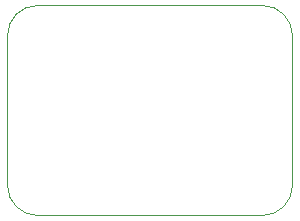
<source format=gbr>
G04 #@! TF.GenerationSoftware,KiCad,Pcbnew,(5.1.5-0-10_14)*
G04 #@! TF.CreationDate,2020-06-15T00:54:00+09:00*
G04 #@! TF.ProjectId,POT,504f542e-6b69-4636-9164-5f7063625858,rev?*
G04 #@! TF.SameCoordinates,Original*
G04 #@! TF.FileFunction,Profile,NP*
%FSLAX46Y46*%
G04 Gerber Fmt 4.6, Leading zero omitted, Abs format (unit mm)*
G04 Created by KiCad (PCBNEW (5.1.5-0-10_14)) date 2020-06-15 00:54:00*
%MOMM*%
%LPD*%
G04 APERTURE LIST*
%ADD10C,0.050000*%
G04 APERTURE END LIST*
D10*
X182245000Y-136525000D02*
G75*
G02X184785000Y-133985000I2540000J0D01*
G01*
X184785000Y-151765000D02*
G75*
G02X182245000Y-149225000I0J2540000D01*
G01*
X206375000Y-149225000D02*
G75*
G02X203835000Y-151765000I-2540000J0D01*
G01*
X203835000Y-133985000D02*
G75*
G02X206375000Y-136525000I0J-2540000D01*
G01*
X182245000Y-149225000D02*
X182245000Y-136525000D01*
X203835000Y-151765000D02*
X184785000Y-151765000D01*
X206375000Y-136525000D02*
X206375000Y-149225000D01*
X184785000Y-133985000D02*
X203835000Y-133985000D01*
M02*

</source>
